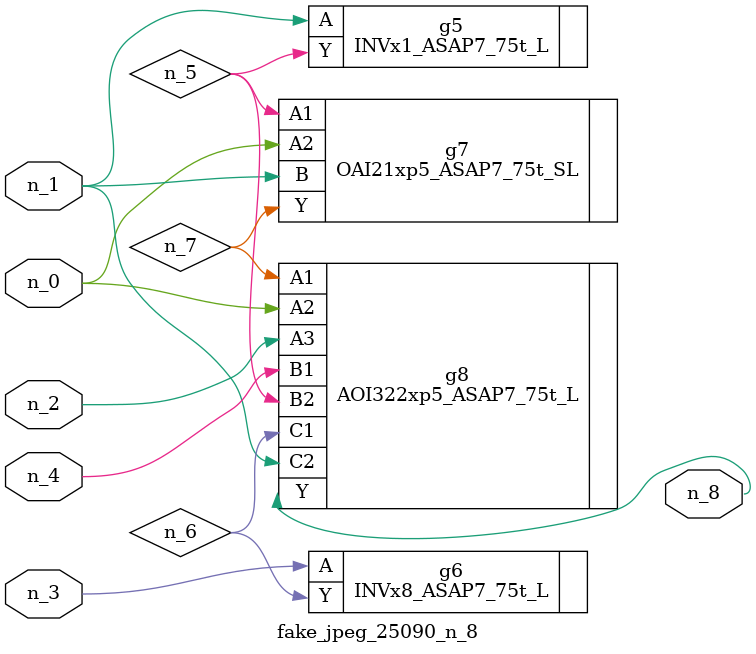
<source format=v>
module fake_jpeg_25090_n_8 (n_3, n_2, n_1, n_0, n_4, n_8);

input n_3;
input n_2;
input n_1;
input n_0;
input n_4;

output n_8;

wire n_6;
wire n_5;
wire n_7;

INVx1_ASAP7_75t_L g5 ( 
.A(n_1),
.Y(n_5)
);

INVx8_ASAP7_75t_L g6 ( 
.A(n_3),
.Y(n_6)
);

OAI21xp5_ASAP7_75t_SL g7 ( 
.A1(n_5),
.A2(n_0),
.B(n_1),
.Y(n_7)
);

AOI322xp5_ASAP7_75t_L g8 ( 
.A1(n_7),
.A2(n_0),
.A3(n_2),
.B1(n_4),
.B2(n_5),
.C1(n_6),
.C2(n_1),
.Y(n_8)
);


endmodule
</source>
